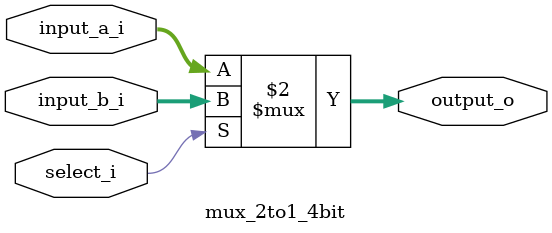
<source format=v>
module mux_2to1_4bit
(
  input   wire          select_i,
  input   wire  [3:0]   input_a_i,
  input   wire  [3:0]   input_b_i,
  output  wire  [3:0]   output_o

);

assign output_o = (select_i == 1'b0)? input_a_i : input_b_i;

endmodule

</source>
